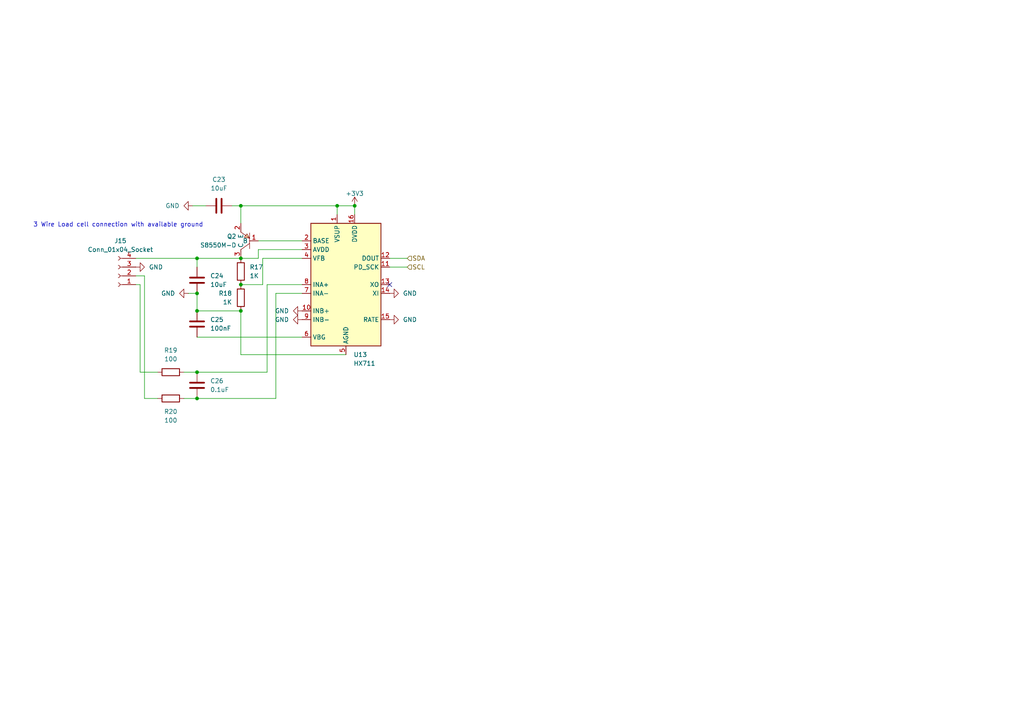
<source format=kicad_sch>
(kicad_sch (version 20231120) (generator "eeschema") (generator_version "8.0")
  (paper "A4")
  (title_block (date "2024-04-21"))
  (lib_symbols
    (symbol "Analog_ADC:HX711"
      (property "Reference" "U" (at 5.08 21.59 0))
      (property "Value" "HX711" (at 7.62 19.05 0))
      (symbol "HX711_0_1"
        (rectangle (start -10.16 17.78) (end 10.16 -17.78) (stroke (width 0.254)) (fill (type background)))
      )
      (symbol "HX711_1_1"
        (pin power_in line (at -2.54 20.32 270) (length 2.54) (name "VSUP") (number "1"))
        (pin input line (at -12.7 -7.62 0) (length 2.54) (name "INB+") (number "10"))
        (pin input line (at 12.7 5.08 180) (length 2.54) (name "PD_SCK") (number "11"))
        (pin output line (at 12.7 7.62 180) (length 2.54) (name "DOUT") (number "12"))
        (pin passive line (at 12.7 0 180) (length 2.54) (name "XO") (number "13"))
        (pin passive line (at 12.7 -2.54 180) (length 2.54) (name "XI") (number "14"))
        (pin input line (at 12.7 -10.16 180) (length 2.54) (name "RATE") (number "15"))
        (pin power_in line (at 2.54 20.32 270) (length 2.54) (name "DVDD") (number "16"))
        (pin passive line (at -12.7 12.7 0) (length 2.54) (name "BASE") (number "2"))
        (pin power_in line (at -12.7 10.16 0) (length 2.54) (name "AVDD") (number "3"))
        (pin input line (at -12.7 7.62 0) (length 2.54) (name "VFB") (number "4"))
        (pin power_in line (at 0 -20.32 90) (length 2.54) (name "AGND") (number "5"))
        (pin passive line (at -12.7 -15.24 0) (length 2.54) (name "VBG") (number "6"))
        (pin input line (at -12.7 -2.54 0) (length 2.54) (name "INA-") (number "7"))
        (pin input line (at -12.7 0 0) (length 2.54) (name "INA+") (number "8"))
        (pin input line (at -12.7 -10.16 0) (length 2.54) (name "INB-") (number "9"))
      )
    )
    (symbol "Connector:Conn_01x04_Socket" (pin_names (offset 1.016) hide)
      (property "Reference" "J" (at 0 5.08 0))
      (property "Value" "Conn_01x04_Socket" (at 0 -7.62 0))
      (symbol "Conn_01x04_Socket_1_1"
        (arc (start 0 -4.572) (mid -0.5058 -5.08) (end 0 -5.588) (stroke (width 0.1524)))
        (arc (start 0 -2.032) (mid -0.5058 -2.54) (end 0 -3.048) (stroke (width 0.1524)))
        (polyline (pts (xy -1.27 -5.08) (xy -0.508 -5.08)) (stroke (width 0.1524)))
        (polyline (pts (xy -1.27 -2.54) (xy -0.508 -2.54)) (stroke (width 0.1524)))
        (polyline (pts (xy -1.27 0) (xy -0.508 0)) (stroke (width 0.1524)))
        (polyline (pts (xy -1.27 2.54) (xy -0.508 2.54)) (stroke (width 0.1524)))
        (arc (start 0 0.508) (mid -0.5058 0) (end 0 -0.508) (stroke (width 0.1524)))
        (arc (start 0 3.048) (mid -0.5058 2.54) (end 0 2.032) (stroke (width 0.1524)))
        (pin passive line (at -5.08 2.54 0) (length 3.81) (name "Pin_1") (number "1"))
        (pin passive line (at -5.08 0 0) (length 3.81) (name "Pin_2") (number "2"))
        (pin passive line (at -5.08 -2.54 0) (length 3.81) (name "Pin_3") (number "3"))
        (pin passive line (at -5.08 -5.08 0) (length 3.81) (name "Pin_4") (number "4"))
      )
    )
    (symbol "Device:C" (pin_numbers hide) (pin_names (offset 0.254))
      (property "Reference" "C" (at 0.635 2.54 0))
      (property "Value" "C" (at 0.635 -2.54 0))
      (symbol "C_0_1"
        (polyline (pts (xy -2.032 -0.762) (xy 2.032 -0.762)) (stroke (width 0.508)))
        (polyline (pts (xy -2.032 0.762) (xy 2.032 0.762)) (stroke (width 0.508)))
      )
      (symbol "C_1_1"
        (pin passive line (at 0 3.81 270) (length 2.794) (name "~") (number "1"))
        (pin passive line (at 0 -3.81 90) (length 2.794) (name "~") (number "2"))
      )
    )
    (symbol "Device:R" (pin_numbers hide) (pin_names (offset 0))
      (property "Reference" "R" (at 2.032 0 90))
      (property "Value" "R" (at 0 0 90))
      (symbol "R_0_1"
        (rectangle (start -1.016 -2.54) (end 1.016 2.54) (stroke (width 0.254)))
      )
      (symbol "R_1_1"
        (pin passive line (at 0 3.81 270) (length 1.27) (name "~") (number "1"))
        (pin passive line (at 0 -3.81 90) (length 1.27) (name "~") (number "2"))
      )
    )
    (symbol "blastLib:S8550M-D"
      (property "Reference" "Q" (at 0 10.16 0))
      (property "Value" "S8550M-D" (at 0 -10.16 0))
      (symbol "S8550M-D_0_1"
        (polyline (pts (xy 0 -0.76) (xy 2.54 -2.54)))
        (polyline (pts (xy 0 2.29) (xy 0 -2.29)))
        (polyline (pts (xy 2.54 2.54) (xy 0 0.76)))
        (polyline (pts (xy 0 -0.76) (xy 1.52 -1.02) (xy 0.76 -2.03) (xy 0 -0.76)) (fill (type background)))
        (pin unspecified line (at -2.54 0 0) (length 2.54) (name "B") (number "1"))
        (pin unspecified line (at 2.54 -5.08 90) (length 2.54) (name "E") (number "2"))
        (pin unspecified line (at 2.54 5.08 270) (length 2.54) (name "C") (number "3"))
      )
    )
    (symbol "power:+3V3" (power) (pin_numbers hide) (pin_names (offset 0) hide)
      (property "Value" "+3V3" (at 0 3.556 0))
      (symbol "+3V3_0_1"
        (polyline (pts (xy -0.762 1.27) (xy 0 2.54)))
        (polyline (pts (xy 0 0) (xy 0 2.54)))
        (polyline (pts (xy 0 2.54) (xy 0.762 1.27)))
      )
      (symbol "+3V3_1_1"
        (pin power_in line (at 0 0 90) (length 0) (name "~") (number "1"))
      )
    )
    (symbol "power:GND" (power) (pin_numbers hide) (pin_names (offset 0) hide)
      (property "Value" "GND" (at 0 -3.81 0))
      (symbol "GND_0_1"
        (polyline (pts (xy 0 0) (xy 0 -1.27) (xy 1.27 -1.27) (xy 0 -2.54) (xy -1.27 -1.27) (xy 0 -1.27)))
      )
      (symbol "GND_1_1"
        (pin power_in line (at 0 0 270) (length 0) (name "~") (number "1"))
      )
    )
  )
  (junction (at 69.85 74.93))
  (junction (at 69.85 59.69))
  (junction (at 102.87 59.69))
  (junction (at 57.15 115.57))
  (junction (at 69.85 90.17))
  (junction (at 97.79 59.69))
  (junction (at 57.15 85.09))
  (junction (at 69.85 82.55))
  (junction (at 57.15 107.95))
  (junction (at 57.15 74.93))
  (junction (at 57.15 90.17))
  (no_connect (at 113.03 82.55))
  (wire (pts (xy 41.91 80.01) (xy 41.91 115.57)))
  (wire (pts (xy 57.15 115.57) (xy 80.01 115.57)))
  (wire (pts (xy 87.63 72.39) (xy 74.93 72.39)))
  (wire (pts (xy 118.11 74.93) (xy 113.03 74.93)))
  (wire (pts (xy 102.87 62.23) (xy 102.87 59.69)))
  (wire (pts (xy 80.01 85.09) (xy 87.63 85.09)))
  (wire (pts (xy 54.61 85.09) (xy 57.15 85.09)))
  (wire (pts (xy 69.85 90.17) (xy 69.85 102.87)))
  (wire (pts (xy 69.85 74.93) (xy 57.15 74.93)))
  (wire (pts (xy 76.2 82.55) (xy 69.85 82.55)))
  (wire (pts (xy 69.85 64.77) (xy 69.85 59.69)))
  (wire (pts (xy 57.15 77.47) (xy 57.15 74.93)))
  (wire (pts (xy 53.34 107.95) (xy 57.15 107.95)))
  (wire (pts (xy 102.87 59.69) (xy 97.79 59.69)))
  (wire (pts (xy 74.93 69.85) (xy 87.63 69.85)))
  (wire (pts (xy 57.15 107.95) (xy 77.47 107.95)))
  (wire (pts (xy 69.85 102.87) (xy 100.33 102.87)))
  (wire (pts (xy 57.15 97.79) (xy 87.63 97.79)))
  (wire (pts (xy 76.2 74.93) (xy 76.2 82.55)))
  (wire (pts (xy 74.93 74.93) (xy 69.85 74.93)))
  (wire (pts (xy 80.01 85.09) (xy 80.01 115.57)))
  (wire (pts (xy 40.64 107.95) (xy 45.72 107.95)))
  (wire (pts (xy 53.34 115.57) (xy 57.15 115.57)))
  (wire (pts (xy 41.91 80.01) (xy 39.37 80.01)))
  (wire (pts (xy 77.47 82.55) (xy 77.47 107.95)))
  (wire (pts (xy 97.79 62.23) (xy 97.79 59.69)))
  (wire (pts (xy 40.64 82.55) (xy 39.37 82.55)))
  (wire (pts (xy 87.63 82.55) (xy 77.47 82.55)))
  (wire (pts (xy 87.63 74.93) (xy 76.2 74.93)))
  (wire (pts (xy 74.93 72.39) (xy 74.93 74.93)))
  (wire (pts (xy 40.64 107.95) (xy 40.64 82.55)))
  (wire (pts (xy 45.72 115.57) (xy 41.91 115.57)))
  (wire (pts (xy 57.15 90.17) (xy 57.15 85.09)))
  (wire (pts (xy 57.15 90.17) (xy 69.85 90.17)))
  (wire (pts (xy 69.85 59.69) (xy 67.31 59.69)))
  (wire (pts (xy 118.11 77.47) (xy 113.03 77.47)))
  (wire (pts (xy 57.15 74.93) (xy 39.37 74.93)))
  (wire (pts (xy 55.88 59.69) (xy 59.69 59.69)))
  (wire (pts (xy 97.79 59.69) (xy 69.85 59.69)))
  (text "3 Wire Load cell connection with available ground\n" (at 34.29 65.278 0) (effects (font (size 1.27 1.27))))
  (hierarchical_label "SDA" (shape input) (at 118.11 74.93 0))
  (hierarchical_label "SCL" (shape input) (at 118.11 77.47 0))
  (symbol (lib_id "Device:C") (at 57.15 93.98 180) (unit 1)
    (property "Reference" "C25" (at 60.96 92.7099 0) (effects (justify right)))
    (property "Value" "100nF" (at 60.96 95.2499 0) (effects (justify right)))
    (property "Footprint" "Capacitor_SMD:C_0402_1005Metric" (effects (hide yes)))
    (property "Description" "Unpolarized capacitor" (effects (hide yes)))
  )
  (symbol (lib_id "Device:C") (at 57.15 81.28 180) (unit 1)
    (property "Reference" "C24" (at 60.96 80.0099 0) (effects (justify right)))
    (property "Value" "10uF" (at 60.96 82.5499 0) (effects (justify right)))
    (property "Footprint" "Capacitor_SMD:C_0402_1005Metric" (effects (hide yes)))
    (property "Description" "Unpolarized capacitor" (effects (hide yes)))
  )
  (symbol (lib_id "Device:C") (at 63.5 59.69 90) (unit 1)
    (property "Reference" "C23" (at 63.5 52.07 90))
    (property "Value" "10uF" (at 63.5 54.61 90))
    (property "Footprint" "Capacitor_SMD:C_0402_1005Metric" (effects (hide yes)))
    (property "Description" "Unpolarized capacitor" (effects (hide yes)))
  )
  (symbol (lib_id "power:+3V3") (at 102.87 59.69 0) (unit 1)
    (property "Reference" "#PWR048" (effects (hide yes)))
    (property "Value" "+3V3" (at 102.87 56.134 0))
    (property "Description" "Power symbol creates a global label with name \"+3V3\"" (effects (hide yes)))
  )
  (symbol (lib_id "power:GND") (at 87.63 92.71 270) (unit 1)
    (property "Reference" "#PWR079" (effects (hide yes)))
    (property "Value" "GND" (at 83.82 92.7099 90) (effects (justify right)))
    (property "Description" "Power symbol creates a global label with name \"GND\" , ground" (effects (hide yes)))
  )
  (symbol (lib_id "power:GND") (at 113.03 92.71 90) (unit 1)
    (property "Reference" "#PWR080" (effects (hide yes)))
    (property "Value" "GND" (at 116.84 92.7099 90) (effects (justify right)))
    (property "Description" "Power symbol creates a global label with name \"GND\" , ground" (effects (hide yes)))
  )
  (symbol (lib_id "Device:R") (at 69.85 78.74 0) (unit 1)
    (property "Reference" "R17" (at 72.39 77.4699 0) (effects (justify left)))
    (property "Value" "1K" (at 72.39 80.0099 0) (effects (justify left)))
    (property "Footprint" "Resistor_SMD:R_0603_1608Metric" (effects (hide yes)))
    (property "Description" "Resistor" (effects (hide yes)))
  )
  (symbol (lib_id "power:GND") (at 87.63 90.17 270) (unit 1)
    (property "Reference" "#PWR078" (effects (hide yes)))
    (property "Value" "GND" (at 83.82 90.1699 90) (effects (justify right)))
    (property "Description" "Power symbol creates a global label with name \"GND\" , ground" (effects (hide yes)))
  )
  (symbol (lib_id "Device:R") (at 49.53 115.57 90) (unit 1)
    (property "Reference" "R20" (at 49.53 119.38 90))
    (property "Value" "100" (at 49.53 121.92 90))
    (property "Footprint" "Resistor_SMD:R_0603_1608Metric" (effects (hide yes)))
    (property "Description" "Resistor" (effects (hide yes)))
  )
  (symbol (lib_id "Device:R") (at 49.53 107.95 90) (unit 1)
    (property "Reference" "R19" (at 49.53 101.6 90))
    (property "Value" "100" (at 49.53 104.14 90))
    (property "Footprint" "Resistor_SMD:R_0603_1608Metric" (effects (hide yes)))
    (property "Description" "Resistor" (effects (hide yes)))
  )
  (symbol (lib_id "Connector:Conn_01x04_Socket") (at 34.29 80.01 180) (unit 1)
    (property "Reference" "J15" (at 34.925 69.85 0))
    (property "Value" "Conn_01x04_Socket" (at 34.925 72.39 0))
    (property "Footprint" "Connector_Wire:SolderWire-2sqmm_1x04_P7.8mm_D2mm_OD3.9mm" (effects (hide yes)))
    (property "Description" "Generic connector, single row, 01x04, script generated" (effects (hide yes)))
  )
  (symbol (lib_id "Device:C") (at 57.15 111.76 180) (unit 1)
    (property "Reference" "C26" (at 60.96 110.4899 0) (effects (justify right)))
    (property "Value" "0.1uF" (at 60.96 113.0299 0) (effects (justify right)))
    (property "Footprint" "Capacitor_SMD:C_0402_1005Metric" (effects (hide yes)))
    (property "Description" "Unpolarized capacitor" (effects (hide yes)))
  )
  (symbol (lib_id "power:GND") (at 55.88 59.69 270) (unit 1)
    (property "Reference" "#PWR074" (effects (hide yes)))
    (property "Value" "GND" (at 52.07 59.6899 90) (effects (justify right)))
    (property "Description" "Power symbol creates a global label with name \"GND\" , ground" (effects (hide yes)))
  )
  (symbol (lib_id "power:GND") (at 39.37 77.47 90) (unit 1)
    (property "Reference" "#PWR075" (effects (hide yes)))
    (property "Value" "GND" (at 43.18 77.4699 90) (effects (justify right)))
    (property "Description" "Power symbol creates a global label with name \"GND\" , ground" (effects (hide yes)))
  )
  (symbol (lib_id "power:GND") (at 113.03 85.09 90) (unit 1)
    (property "Reference" "#PWR077" (effects (hide yes)))
    (property "Value" "GND" (at 116.84 85.0899 90) (effects (justify right)))
    (property "Description" "Power symbol creates a global label with name \"GND\" , ground" (effects (hide yes)))
  )
  (symbol (lib_id "power:GND") (at 54.61 85.09 270) (unit 1)
    (property "Reference" "#PWR076" (effects (hide yes)))
    (property "Value" "GND" (at 50.8 85.0899 90) (effects (justify right)))
    (property "Description" "Power symbol creates a global label with name \"GND\" , ground" (effects (hide yes)))
  )
  (symbol (lib_id "Device:R") (at 69.85 86.36 0) (unit 1)
    (property "Reference" "R18" (at 67.31 85.0899 0) (effects (justify right)))
    (property "Value" "1K" (at 67.31 87.6299 0) (effects (justify right)))
    (property "Footprint" "Resistor_SMD:R_0603_1608Metric" (effects (hide yes)))
    (property "Description" "Resistor" (effects (hide yes)))
  )
  (symbol (lib_id "Analog_ADC:HX711") (at 100.33 82.55 0) (unit 1)
    (property "Reference" "U13" (at 102.5241 102.87 0) (effects (justify left)))
    (property "Value" "HX711" (at 102.5241 105.41 0) (effects (justify left)))
    (property "Footprint" "Package_SO:SOP-16_3.9x9.9mm_P1.27mm" (effects (hide yes)))
    (property "Datasheet" "https://web.archive.org/web/20220615044707/https://akizukidenshi.com/download/ds/avia/hx711.pdf" (effects (hide yes)))
    (property "Description" "24-Bit Analog-to-Digital Converter (ADC) for Weight Scales" (effects (hide yes)))
  )
  (symbol (lib_id "blastLib:S8550M-D") (at 72.39 69.85 180) (unit 1)
    (property "Reference" "Q2" (at 68.58 68.5799 0) (effects (justify left)))
    (property "Value" "S8550M-D" (at 68.58 71.1199 0) (effects (justify left)))
    (property "Footprint" "blastLib:SOT-23-3_L2.9-W1.6-P1.90-LS2.8-BR" (effects (hide yes)))
    (property "Datasheet" "https://lcsc.com/product-detail/Transistors-NPN-PNP_BLUE-ROCKET-S8550M-D_C305484.html" (effects (hide yes)))
    (property "LCSC Part" "C305484" (effects (hide yes)))
  )
)
</source>
